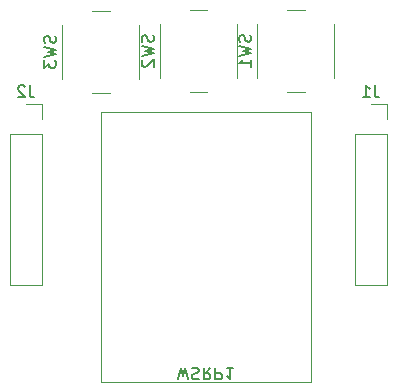
<source format=gbr>
%TF.GenerationSoftware,KiCad,Pcbnew,(6.0.7)*%
%TF.CreationDate,2022-09-06T06:54:50-05:00*%
%TF.ProjectId,OpenMuscle2,4f70656e-4d75-4736-936c-65322e6b6963,rev?*%
%TF.SameCoordinates,Original*%
%TF.FileFunction,Legend,Bot*%
%TF.FilePolarity,Positive*%
%FSLAX46Y46*%
G04 Gerber Fmt 4.6, Leading zero omitted, Abs format (unit mm)*
G04 Created by KiCad (PCBNEW (6.0.7)) date 2022-09-06 06:54:50*
%MOMM*%
%LPD*%
G01*
G04 APERTURE LIST*
%ADD10C,0.150000*%
%ADD11C,0.120000*%
G04 APERTURE END LIST*
D10*
%TO.C,J2*%
X175593333Y-80307380D02*
X175593333Y-81021666D01*
X175640952Y-81164523D01*
X175736190Y-81259761D01*
X175879047Y-81307380D01*
X175974285Y-81307380D01*
X175164761Y-80402619D02*
X175117142Y-80355000D01*
X175021904Y-80307380D01*
X174783809Y-80307380D01*
X174688571Y-80355000D01*
X174640952Y-80402619D01*
X174593333Y-80497857D01*
X174593333Y-80593095D01*
X174640952Y-80735952D01*
X175212380Y-81307380D01*
X174593333Y-81307380D01*
%TO.C,SW2*%
X186019761Y-76061666D02*
X186067380Y-76204523D01*
X186067380Y-76442619D01*
X186019761Y-76537857D01*
X185972142Y-76585476D01*
X185876904Y-76633095D01*
X185781666Y-76633095D01*
X185686428Y-76585476D01*
X185638809Y-76537857D01*
X185591190Y-76442619D01*
X185543571Y-76252142D01*
X185495952Y-76156904D01*
X185448333Y-76109285D01*
X185353095Y-76061666D01*
X185257857Y-76061666D01*
X185162619Y-76109285D01*
X185115000Y-76156904D01*
X185067380Y-76252142D01*
X185067380Y-76490238D01*
X185115000Y-76633095D01*
X185067380Y-76966428D02*
X186067380Y-77204523D01*
X185353095Y-77395000D01*
X186067380Y-77585476D01*
X185067380Y-77823571D01*
X185162619Y-78156904D02*
X185115000Y-78204523D01*
X185067380Y-78299761D01*
X185067380Y-78537857D01*
X185115000Y-78633095D01*
X185162619Y-78680714D01*
X185257857Y-78728333D01*
X185353095Y-78728333D01*
X185495952Y-78680714D01*
X186067380Y-78109285D01*
X186067380Y-78728333D01*
%TO.C,SW3*%
X177764761Y-76136666D02*
X177812380Y-76279523D01*
X177812380Y-76517619D01*
X177764761Y-76612857D01*
X177717142Y-76660476D01*
X177621904Y-76708095D01*
X177526666Y-76708095D01*
X177431428Y-76660476D01*
X177383809Y-76612857D01*
X177336190Y-76517619D01*
X177288571Y-76327142D01*
X177240952Y-76231904D01*
X177193333Y-76184285D01*
X177098095Y-76136666D01*
X177002857Y-76136666D01*
X176907619Y-76184285D01*
X176860000Y-76231904D01*
X176812380Y-76327142D01*
X176812380Y-76565238D01*
X176860000Y-76708095D01*
X176812380Y-77041428D02*
X177812380Y-77279523D01*
X177098095Y-77470000D01*
X177812380Y-77660476D01*
X176812380Y-77898571D01*
X176812380Y-78184285D02*
X176812380Y-78803333D01*
X177193333Y-78470000D01*
X177193333Y-78612857D01*
X177240952Y-78708095D01*
X177288571Y-78755714D01*
X177383809Y-78803333D01*
X177621904Y-78803333D01*
X177717142Y-78755714D01*
X177764761Y-78708095D01*
X177812380Y-78612857D01*
X177812380Y-78327142D01*
X177764761Y-78231904D01*
X177717142Y-78184285D01*
%TO.C,SW1*%
X194274761Y-76061666D02*
X194322380Y-76204523D01*
X194322380Y-76442619D01*
X194274761Y-76537857D01*
X194227142Y-76585476D01*
X194131904Y-76633095D01*
X194036666Y-76633095D01*
X193941428Y-76585476D01*
X193893809Y-76537857D01*
X193846190Y-76442619D01*
X193798571Y-76252142D01*
X193750952Y-76156904D01*
X193703333Y-76109285D01*
X193608095Y-76061666D01*
X193512857Y-76061666D01*
X193417619Y-76109285D01*
X193370000Y-76156904D01*
X193322380Y-76252142D01*
X193322380Y-76490238D01*
X193370000Y-76633095D01*
X193322380Y-76966428D02*
X194322380Y-77204523D01*
X193608095Y-77395000D01*
X194322380Y-77585476D01*
X193322380Y-77823571D01*
X194322380Y-78728333D02*
X194322380Y-78156904D01*
X194322380Y-78442619D02*
X193322380Y-78442619D01*
X193465238Y-78347380D01*
X193560476Y-78252142D01*
X193608095Y-78156904D01*
%TO.C,J1*%
X204803333Y-80307380D02*
X204803333Y-81021666D01*
X204850952Y-81164523D01*
X204946190Y-81259761D01*
X205089047Y-81307380D01*
X205184285Y-81307380D01*
X203803333Y-81307380D02*
X204374761Y-81307380D01*
X204089047Y-81307380D02*
X204089047Y-80307380D01*
X204184285Y-80450238D01*
X204279523Y-80545476D01*
X204374761Y-80593095D01*
%TO.C,WSRP1*%
X188119047Y-105187619D02*
X188357142Y-104187619D01*
X188547619Y-104901904D01*
X188738095Y-104187619D01*
X188976190Y-105187619D01*
X189309523Y-104235238D02*
X189452380Y-104187619D01*
X189690476Y-104187619D01*
X189785714Y-104235238D01*
X189833333Y-104282857D01*
X189880952Y-104378095D01*
X189880952Y-104473333D01*
X189833333Y-104568571D01*
X189785714Y-104616190D01*
X189690476Y-104663809D01*
X189500000Y-104711428D01*
X189404761Y-104759047D01*
X189357142Y-104806666D01*
X189309523Y-104901904D01*
X189309523Y-104997142D01*
X189357142Y-105092380D01*
X189404761Y-105140000D01*
X189500000Y-105187619D01*
X189738095Y-105187619D01*
X189880952Y-105140000D01*
X190880952Y-104187619D02*
X190547619Y-104663809D01*
X190309523Y-104187619D02*
X190309523Y-105187619D01*
X190690476Y-105187619D01*
X190785714Y-105140000D01*
X190833333Y-105092380D01*
X190880952Y-104997142D01*
X190880952Y-104854285D01*
X190833333Y-104759047D01*
X190785714Y-104711428D01*
X190690476Y-104663809D01*
X190309523Y-104663809D01*
X191309523Y-104187619D02*
X191309523Y-105187619D01*
X191690476Y-105187619D01*
X191785714Y-105140000D01*
X191833333Y-105092380D01*
X191880952Y-104997142D01*
X191880952Y-104854285D01*
X191833333Y-104759047D01*
X191785714Y-104711428D01*
X191690476Y-104663809D01*
X191309523Y-104663809D01*
X192833333Y-104187619D02*
X192261904Y-104187619D01*
X192547619Y-104187619D02*
X192547619Y-105187619D01*
X192452380Y-105044761D01*
X192357142Y-104949523D01*
X192261904Y-104901904D01*
D11*
%TO.C,J2*%
X173930000Y-84455000D02*
X173930000Y-97215000D01*
X176590000Y-81855000D02*
X175260000Y-81855000D01*
X176590000Y-83185000D02*
X176590000Y-81855000D01*
X176590000Y-84455000D02*
X173930000Y-84455000D01*
X176590000Y-97215000D02*
X173930000Y-97215000D01*
X176590000Y-84455000D02*
X176590000Y-97215000D01*
%TO.C,SW2*%
X190615000Y-80895000D02*
X189115000Y-80895000D01*
X193115000Y-75145000D02*
X193115000Y-79645000D01*
X186615000Y-79645000D02*
X186615000Y-75145000D01*
X189115000Y-73895000D02*
X190615000Y-73895000D01*
%TO.C,SW3*%
X184860000Y-75220000D02*
X184860000Y-79720000D01*
X182360000Y-80970000D02*
X180860000Y-80970000D01*
X180860000Y-73970000D02*
X182360000Y-73970000D01*
X178360000Y-79720000D02*
X178360000Y-75220000D01*
%TO.C,SW1*%
X198870000Y-80895000D02*
X197370000Y-80895000D01*
X197370000Y-73895000D02*
X198870000Y-73895000D01*
X201370000Y-75145000D02*
X201370000Y-79645000D01*
X194870000Y-79645000D02*
X194870000Y-75145000D01*
%TO.C,J1*%
X205800000Y-83185000D02*
X205800000Y-81855000D01*
X205800000Y-84455000D02*
X203140000Y-84455000D01*
X205800000Y-97215000D02*
X203140000Y-97215000D01*
X205800000Y-81855000D02*
X204470000Y-81855000D01*
X205800000Y-84455000D02*
X205800000Y-97215000D01*
X203140000Y-84455000D02*
X203140000Y-97215000D01*
%TO.C,WSRP1*%
X181610000Y-105410000D02*
X199390000Y-105410000D01*
X181610000Y-82550000D02*
X181610000Y-105410000D01*
X199390000Y-105410000D02*
X199390000Y-82550000D01*
X199390000Y-82550000D02*
X181610000Y-82550000D01*
%TD*%
M02*

</source>
